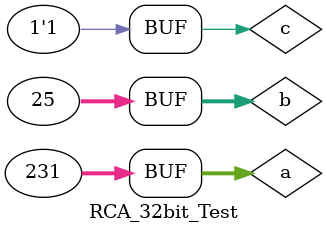
<source format=v>
`timescale 1ns / 1ps


module RCA_32bit_Test;

	// Inputs
	reg [31:0] a;
	reg [31:0] b;
	reg c;

	// Outputs
	wire [31:0] S;
	wire C;

	// Instantiate the Unit Under Test (UUT)
	RCA_32bit uut (
		.a(a), 
		.b(b), 
		.c(c), 
		.S(S), 
		.C(C)
	);

	initial begin
		$monitor ("a = %d, b = %d, c = %d, S = %d, C = %d", a, b, c, S, C);
		// Initialize Inputs
		// 2^32 = 4294967296
		a = 32'd4294000000; b = 32'd967296; c = 0; // S = 0 C = 1
		#100;
		a = 32'd4294000000; b = 32'd967295; c = 0; // S = 4294967295 C = 0
		#100;
		a = 32'd42400000; b = 32'd429; c = 1; // S = 42400430 C = 0
		#100;
		a = 32'd231; b = 32'd2445345; c = 1; // S = 2445577 C = 0
		#100;
		a = 32'd4294967295; b = 32'd1; c = 1; // S = 1 C = 1
		#100;
		a = 32'd231; b = 32'd25; c = 1; // S = 257 C = 0
		#100;
	end
      
endmodule


</source>
